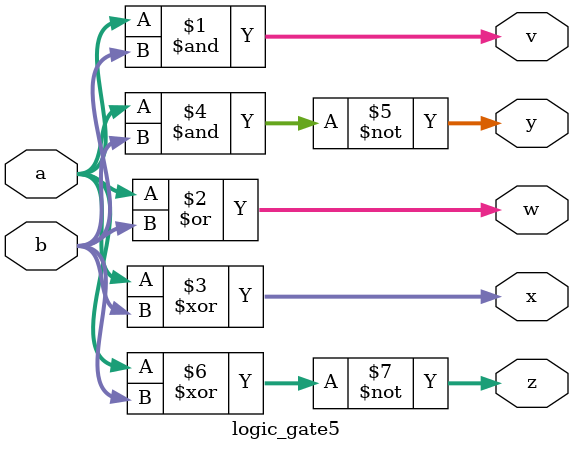
<source format=v>
`timescale 10ns / 100ps


module logic_gate5(a ,b ,v, w, x, y, z);

input [1:0] a,b;
output [1:0] v, w, x, y, z;
wire [1:0] v,w,x,y,z;

assign v = a & b;
assign w = a | b;
assign x = a ^ b;
assign y = ~(a & b);
assign z = ~(a ^ b);



endmodule


</source>
